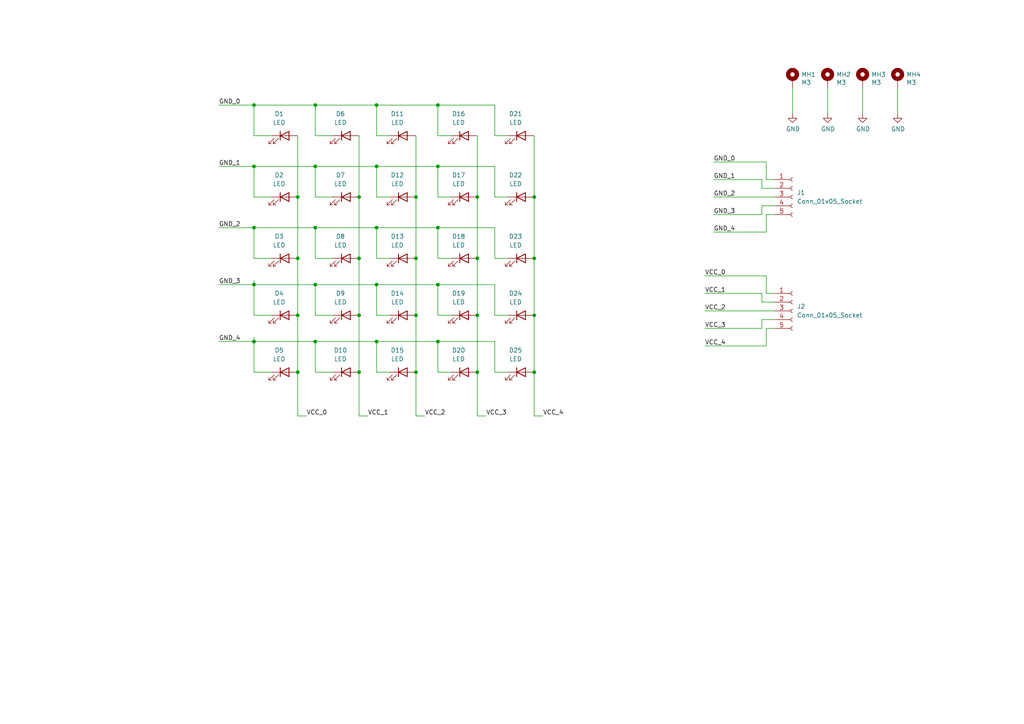
<source format=kicad_sch>
(kicad_sch (version 20230121) (generator eeschema)
  (paper "A4")
  (title_block (title "Matriz LED para la payload") (date "2024-04-09") (rev "0.1") (company "TeideSat") (comment 1 "Creado por Salvador Pérez del Pino"))
  (lib_symbols
    (symbol "Connector:Conn_01x05_Socket" (pin_names (offset 1.016) hide)
      (property "Reference" "J" (at 0 7.62 0))
      (property "Value" "Conn_01x05_Socket" (at 0 -7.62 0))
      (symbol "Conn_01x05_Socket_1_1"
        (arc (start 0 -4.572) (mid -0.5058 -5.08) (end 0 -5.588) (stroke (width 0.1524)))
        (arc (start 0 -2.032) (mid -0.5058 -2.54) (end 0 -3.048) (stroke (width 0.1524)))
        (polyline (pts (xy -1.27 -5.08) (xy -0.508 -5.08)) (stroke (width 0.1524)))
        (polyline (pts (xy -1.27 -2.54) (xy -0.508 -2.54)) (stroke (width 0.1524)))
        (polyline (pts (xy -1.27 0) (xy -0.508 0)) (stroke (width 0.1524)))
        (polyline (pts (xy -1.27 2.54) (xy -0.508 2.54)) (stroke (width 0.1524)))
        (polyline (pts (xy -1.27 5.08) (xy -0.508 5.08)) (stroke (width 0.1524)))
        (arc (start 0 0.508) (mid -0.5058 0) (end 0 -0.508) (stroke (width 0.1524)))
        (arc (start 0 3.048) (mid -0.5058 2.54) (end 0 2.032) (stroke (width 0.1524)))
        (arc (start 0 5.588) (mid -0.5058 5.08) (end 0 4.572) (stroke (width 0.1524)))
        (pin passive line (at -5.08 5.08 0) (length 3.81) (name "Pin_1") (number "1"))
        (pin passive line (at -5.08 2.54 0) (length 3.81) (name "Pin_2") (number "2"))
        (pin passive line (at -5.08 0 0) (length 3.81) (name "Pin_3") (number "3"))
        (pin passive line (at -5.08 -2.54 0) (length 3.81) (name "Pin_4") (number "4"))
        (pin passive line (at -5.08 -5.08 0) (length 3.81) (name "Pin_5") (number "5"))
      )
    )
    (symbol "Device:LED" (pin_numbers hide) (pin_names (offset 1.016) hide)
      (property "Reference" "D" (at 0 2.54 0))
      (property "Value" "LED" (at 0 -2.54 0))
      (symbol "LED_0_1"
        (polyline (pts (xy -1.27 -1.27) (xy -1.27 1.27)) (stroke (width 0.254)))
        (polyline (pts (xy -1.27 0) (xy 1.27 0)))
        (polyline (pts (xy 1.27 -1.27) (xy 1.27 1.27) (xy -1.27 0) (xy 1.27 -1.27)) (stroke (width 0.254)))
        (polyline (pts (xy -3.048 -0.762) (xy -4.572 -2.286) (xy -3.81 -2.286) (xy -4.572 -2.286) (xy -4.572 -1.524)))
        (polyline (pts (xy -1.778 -0.762) (xy -3.302 -2.286) (xy -2.54 -2.286) (xy -3.302 -2.286) (xy -3.302 -1.524)))
      )
      (symbol "LED_1_1"
        (pin passive line (at -3.81 0 0) (length 2.54) (name "K") (number "1"))
        (pin passive line (at 3.81 0 180) (length 2.54) (name "A") (number "2"))
      )
    )
    (symbol "Mechanical:MountingHole_Pad" (pin_numbers hide) (pin_names (offset 1.016) hide)
      (property "Reference" "H" (at 0 6.35 0))
      (property "Value" "MountingHole_Pad" (at 0 4.445 0))
      (symbol "MountingHole_Pad_0_1"
        (circle (center 0 1.27) (radius 1.27) (stroke (width 1.27)))
      )
      (symbol "MountingHole_Pad_1_1"
        (pin input line (at 0 -2.54 90) (length 2.54) (name "1") (number "1"))
      )
    )
    (symbol "power:GND" (power) (pin_names (offset 0))
      (property "Value" "GND" (at 0 -3.81 0))
      (symbol "GND_0_1"
        (polyline (pts (xy 0 0) (xy 0 -1.27) (xy 1.27 -1.27) (xy 0 -2.54) (xy -1.27 -1.27) (xy 0 -1.27)))
      )
      (symbol "GND_1_1"
        (pin power_in line (at 0 0 270) (length 0) hide (name "GND") (number "1"))
      )
    )
  )
  (junction (at 73.66 48.26))
  (junction (at 104.14 91.44))
  (junction (at 154.94 91.44))
  (junction (at 73.66 99.06))
  (junction (at 109.22 48.26))
  (junction (at 127 66.04))
  (junction (at 109.22 82.55))
  (junction (at 138.43 107.95))
  (junction (at 86.36 91.44))
  (junction (at 154.94 57.15))
  (junction (at 73.66 30.48))
  (junction (at 120.65 57.15))
  (junction (at 154.94 107.95))
  (junction (at 109.22 99.06))
  (junction (at 127 48.26))
  (junction (at 154.94 74.93))
  (junction (at 120.65 91.44))
  (junction (at 86.36 107.95))
  (junction (at 138.43 74.93))
  (junction (at 91.44 66.04))
  (junction (at 120.65 74.93))
  (junction (at 86.36 57.15))
  (junction (at 73.66 82.55))
  (junction (at 104.14 57.15))
  (junction (at 91.44 48.26))
  (junction (at 91.44 82.55))
  (junction (at 120.65 107.95))
  (junction (at 138.43 91.44))
  (junction (at 109.22 30.48))
  (junction (at 104.14 74.93))
  (junction (at 127 30.48))
  (junction (at 138.43 57.15))
  (junction (at 127 99.06))
  (junction (at 109.22 66.04))
  (junction (at 91.44 30.48))
  (junction (at 104.14 107.95))
  (junction (at 86.36 74.93))
  (junction (at 73.66 66.04))
  (junction (at 127 82.55))
  (junction (at 91.44 99.06))
  (wire (pts (xy 113.03 107.95) (xy 109.22 107.95)))
  (wire (pts (xy 154.94 39.37) (xy 154.94 57.15)))
  (wire (pts (xy 143.51 57.15) (xy 143.51 48.26)))
  (wire (pts (xy 73.66 97.79) (xy 73.66 99.06)))
  (wire (pts (xy 109.22 30.48) (xy 127 30.48)))
  (wire (pts (xy 63.5 30.48) (xy 73.66 30.48)))
  (wire (pts (xy 207.01 46.99) (xy 222.25 46.99)))
  (wire (pts (xy 207.01 62.23) (xy 220.98 62.23)))
  (wire (pts (xy 222.25 85.09) (xy 224.79 85.09)))
  (wire (pts (xy 96.52 74.93) (xy 91.44 74.93)))
  (wire (pts (xy 138.43 74.93) (xy 138.43 91.44)))
  (wire (pts (xy 104.14 74.93) (xy 104.14 91.44)))
  (wire (pts (xy 222.25 80.01) (xy 222.25 85.09)))
  (wire (pts (xy 86.36 120.65) (xy 88.9 120.65)))
  (wire (pts (xy 91.44 82.55) (xy 73.66 82.55)))
  (wire (pts (xy 224.79 92.71) (xy 220.98 92.71)))
  (wire (pts (xy 91.44 30.48) (xy 109.22 30.48)))
  (wire (pts (xy 127 107.95) (xy 127 99.06)))
  (wire (pts (xy 104.14 91.44) (xy 104.14 107.95)))
  (wire (pts (xy 147.32 39.37) (xy 143.51 39.37)))
  (wire (pts (xy 109.22 30.48) (xy 109.22 39.37)))
  (wire (pts (xy 113.03 57.15) (xy 109.22 57.15)))
  (wire (pts (xy 220.98 85.09) (xy 220.98 87.63)))
  (wire (pts (xy 91.44 99.06) (xy 109.22 99.06)))
  (wire (pts (xy 63.5 48.26) (xy 73.66 48.26)))
  (wire (pts (xy 120.65 39.37) (xy 120.65 57.15)))
  (wire (pts (xy 130.81 107.95) (xy 127 107.95)))
  (wire (pts (xy 154.94 57.15) (xy 154.94 74.93)))
  (wire (pts (xy 104.14 39.37) (xy 104.14 57.15)))
  (wire (pts (xy 138.43 120.65) (xy 140.97 120.65)))
  (wire (pts (xy 220.98 92.71) (xy 220.98 95.25)))
  (wire (pts (xy 143.51 91.44) (xy 143.51 82.55)))
  (wire (pts (xy 63.5 99.06) (xy 73.66 99.06)))
  (wire (pts (xy 96.52 107.95) (xy 91.44 107.95)))
  (wire (pts (xy 104.14 57.15) (xy 104.14 74.93)))
  (wire (pts (xy 204.47 90.17) (xy 224.79 90.17)))
  (wire (pts (xy 222.25 52.07) (xy 224.79 52.07)))
  (wire (pts (xy 147.32 91.44) (xy 143.51 91.44)))
  (wire (pts (xy 154.94 107.95) (xy 154.94 120.65)))
  (wire (pts (xy 96.52 39.37) (xy 91.44 39.37)))
  (wire (pts (xy 109.22 82.55) (xy 127 82.55)))
  (wire (pts (xy 154.94 91.44) (xy 154.94 107.95)))
  (wire (pts (xy 86.36 39.37) (xy 86.36 57.15)))
  (wire (pts (xy 73.66 66.04) (xy 91.44 66.04)))
  (wire (pts (xy 86.36 91.44) (xy 86.36 107.95)))
  (wire (pts (xy 127 57.15) (xy 127 48.26)))
  (wire (pts (xy 250.19 25.4) (xy 250.19 33.02)))
  (wire (pts (xy 73.66 82.55) (xy 73.66 91.44)))
  (wire (pts (xy 91.44 48.26) (xy 91.44 57.15)))
  (wire (pts (xy 109.22 48.26) (xy 127 48.26)))
  (wire (pts (xy 113.03 74.93) (xy 109.22 74.93)))
  (wire (pts (xy 127 30.48) (xy 127 39.37)))
  (wire (pts (xy 109.22 99.06) (xy 127 99.06)))
  (wire (pts (xy 220.98 62.23) (xy 220.98 59.69)))
  (wire (pts (xy 207.01 52.07) (xy 220.98 52.07)))
  (wire (pts (xy 143.51 82.55) (xy 127 82.55)))
  (wire (pts (xy 130.81 39.37) (xy 127 39.37)))
  (wire (pts (xy 91.44 74.93) (xy 91.44 66.04)))
  (wire (pts (xy 220.98 52.07) (xy 220.98 54.61)))
  (wire (pts (xy 109.22 48.26) (xy 91.44 48.26)))
  (wire (pts (xy 73.66 74.93) (xy 78.74 74.93)))
  (wire (pts (xy 224.79 62.23) (xy 222.25 62.23)))
  (wire (pts (xy 86.36 57.15) (xy 86.36 74.93)))
  (wire (pts (xy 73.66 57.15) (xy 78.74 57.15)))
  (wire (pts (xy 104.14 107.95) (xy 104.14 120.65)))
  (wire (pts (xy 143.51 99.06) (xy 127 99.06)))
  (wire (pts (xy 73.66 74.93) (xy 73.66 66.04)))
  (wire (pts (xy 204.47 85.09) (xy 220.98 85.09)))
  (wire (pts (xy 260.35 25.4) (xy 260.35 33.02)))
  (wire (pts (xy 204.47 100.33) (xy 222.25 100.33)))
  (wire (pts (xy 73.66 91.44) (xy 78.74 91.44)))
  (wire (pts (xy 86.36 74.93) (xy 86.36 91.44)))
  (wire (pts (xy 147.32 107.95) (xy 143.51 107.95)))
  (wire (pts (xy 224.79 95.25) (xy 222.25 95.25)))
  (wire (pts (xy 104.14 120.65) (xy 106.68 120.65)))
  (wire (pts (xy 109.22 74.93) (xy 109.22 66.04)))
  (wire (pts (xy 91.44 99.06) (xy 73.66 99.06)))
  (wire (pts (xy 120.65 57.15) (xy 120.65 74.93)))
  (wire (pts (xy 91.44 66.04) (xy 109.22 66.04)))
  (wire (pts (xy 96.52 57.15) (xy 91.44 57.15)))
  (wire (pts (xy 96.52 91.44) (xy 91.44 91.44)))
  (wire (pts (xy 220.98 59.69) (xy 224.79 59.69)))
  (wire (pts (xy 138.43 57.15) (xy 138.43 74.93)))
  (wire (pts (xy 130.81 57.15) (xy 127 57.15)))
  (wire (pts (xy 207.01 67.31) (xy 222.25 67.31)))
  (wire (pts (xy 143.51 107.95) (xy 143.51 99.06)))
  (wire (pts (xy 63.5 66.04) (xy 73.66 66.04)))
  (wire (pts (xy 229.87 25.4) (xy 229.87 33.02)))
  (wire (pts (xy 222.25 46.99) (xy 222.25 52.07)))
  (wire (pts (xy 220.98 87.63) (xy 224.79 87.63)))
  (wire (pts (xy 120.65 91.44) (xy 120.65 107.95)))
  (wire (pts (xy 73.66 30.48) (xy 73.66 39.37)))
  (wire (pts (xy 109.22 107.95) (xy 109.22 99.06)))
  (wire (pts (xy 113.03 39.37) (xy 109.22 39.37)))
  (wire (pts (xy 147.32 74.93) (xy 143.51 74.93)))
  (wire (pts (xy 130.81 91.44) (xy 127 91.44)))
  (wire (pts (xy 109.22 57.15) (xy 109.22 48.26)))
  (wire (pts (xy 120.65 107.95) (xy 120.65 120.65)))
  (wire (pts (xy 138.43 39.37) (xy 138.43 57.15)))
  (wire (pts (xy 130.81 74.93) (xy 127 74.93)))
  (wire (pts (xy 222.25 62.23) (xy 222.25 67.31)))
  (wire (pts (xy 109.22 82.55) (xy 91.44 82.55)))
  (wire (pts (xy 91.44 30.48) (xy 91.44 39.37)))
  (wire (pts (xy 143.51 66.04) (xy 127 66.04)))
  (wire (pts (xy 86.36 107.95) (xy 86.36 120.65)))
  (wire (pts (xy 143.51 30.48) (xy 127 30.48)))
  (wire (pts (xy 73.66 57.15) (xy 73.66 48.26)))
  (wire (pts (xy 73.66 39.37) (xy 78.74 39.37)))
  (wire (pts (xy 73.66 81.28) (xy 73.66 82.55)))
  (wire (pts (xy 204.47 80.01) (xy 222.25 80.01)))
  (wire (pts (xy 91.44 30.48) (xy 73.66 30.48)))
  (wire (pts (xy 240.03 25.4) (xy 240.03 33.02)))
  (wire (pts (xy 120.65 74.93) (xy 120.65 91.44)))
  (wire (pts (xy 73.66 48.26) (xy 91.44 48.26)))
  (wire (pts (xy 204.47 95.25) (xy 220.98 95.25)))
  (wire (pts (xy 109.22 91.44) (xy 113.03 91.44)))
  (wire (pts (xy 143.51 39.37) (xy 143.51 30.48)))
  (wire (pts (xy 127 48.26) (xy 143.51 48.26)))
  (wire (pts (xy 143.51 74.93) (xy 143.51 66.04)))
  (wire (pts (xy 220.98 54.61) (xy 224.79 54.61)))
  (wire (pts (xy 73.66 107.95) (xy 78.74 107.95)))
  (wire (pts (xy 120.65 120.65) (xy 123.19 120.65)))
  (wire (pts (xy 154.94 74.93) (xy 154.94 91.44)))
  (wire (pts (xy 63.5 82.55) (xy 73.66 82.55)))
  (wire (pts (xy 91.44 91.44) (xy 91.44 82.55)))
  (wire (pts (xy 222.25 95.25) (xy 222.25 100.33)))
  (wire (pts (xy 127 91.44) (xy 127 82.55)))
  (wire (pts (xy 91.44 107.95) (xy 91.44 99.06)))
  (wire (pts (xy 147.32 57.15) (xy 143.51 57.15)))
  (wire (pts (xy 154.94 120.65) (xy 157.48 120.65)))
  (wire (pts (xy 138.43 91.44) (xy 138.43 107.95)))
  (wire (pts (xy 127 66.04) (xy 109.22 66.04)))
  (wire (pts (xy 138.43 107.95) (xy 138.43 120.65)))
  (wire (pts (xy 73.66 107.95) (xy 73.66 99.06)))
  (wire (pts (xy 127 74.93) (xy 127 66.04)))
  (wire (pts (xy 109.22 91.44) (xy 109.22 82.55)))
  (wire (pts (xy 207.01 57.15) (xy 224.79 57.15)))
  (label "VCC_1" (at 106.68 120.65 0))
  (label "GND_2" (at 207.01 57.15 0))
  (label "GND_0" (at 63.5 30.48 0))
  (label "VCC_0" (at 204.47 80.01 0))
  (label "GND_1" (at 63.5 48.26 0))
  (label "GND_3" (at 207.01 62.23 0))
  (label "VCC_0" (at 88.9 120.65 0))
  (label "VCC_4" (at 157.48 120.65 0))
  (label "VCC_3" (at 204.47 95.25 0))
  (label "GND_0" (at 207.01 46.99 0))
  (label "VCC_1" (at 204.47 85.09 0))
  (label "VCC_2" (at 204.47 90.17 0))
  (label "GND_1" (at 207.01 52.07 0))
  (label "VCC_2" (at 123.19 120.65 0))
  (label "GND_3" (at 63.5 82.55 0))
  (label "VCC_3" (at 140.97 120.65 0))
  (label "VCC_4" (at 204.47 100.33 0))
  (label "GND_4" (at 207.01 67.31 0))
  (label "GND_2" (at 63.5 66.04 0))
  (label "GND_4" (at 63.5 99.06 0))
  (symbol (lib_id "Mechanical:MountingHole_Pad") (at 240.03 22.86 0) (unit 1)
    (property "Reference" "MH2" (at 242.57 21.6154 0) (effects (justify left)))
    (property "Value" "M3" (at 242.57 23.9268 0) (effects (justify left)))
    (property "Footprint" "MountingHole:MountingHole_3.2mm_M3_Pad" (effects hide))
  )
  (symbol (lib_id "Mechanical:MountingHole_Pad") (at 260.35 22.86 0) (unit 1)
    (property "Reference" "MH4" (at 262.89 21.6154 0) (effects (justify left)))
    (property "Value" "M3" (at 262.89 23.9268 0) (effects (justify left)))
    (property "Footprint" "MountingHole:MountingHole_3.2mm_M3_Pad" (effects hide))
  )
  (symbol (lib_id "Mechanical:MountingHole_Pad") (at 229.87 22.86 0) (unit 1)
    (property "Reference" "MH1" (at 232.41 21.6154 0) (effects (justify left)))
    (property "Value" "M3" (at 232.41 23.9268 0) (effects (justify left)))
    (property "Footprint" "MountingHole:MountingHole_3.2mm_M3_Pad" (effects hide))
  )
  (symbol (lib_id "Mechanical:MountingHole_Pad") (at 250.19 22.86 0) (unit 1)
    (property "Reference" "MH3" (at 252.73 21.6154 0) (effects (justify left)))
    (property "Value" "M3" (at 252.73 23.9268 0) (effects (justify left)))
    (property "Footprint" "MountingHole:MountingHole_3.2mm_M3_Pad" (effects hide))
  )
  (symbol (lib_id "power:GND") (at 229.87 33.02 0) (unit 1)
    (property "Reference" "#PWR0109" (effects hide))
    (property "Value" "GND" (at 229.997 37.4142 0))
  )
  (symbol (lib_id "power:GND") (at 240.03 33.02 0) (unit 1)
    (property "Reference" "#PWR0110" (effects hide))
    (property "Value" "GND" (at 240.157 37.4142 0))
  )
  (symbol (lib_id "power:GND") (at 250.19 33.02 0) (unit 1)
    (property "Reference" "#PWR0111" (effects hide))
    (property "Value" "GND" (at 250.317 37.4142 0))
  )
  (symbol (lib_id "power:GND") (at 260.35 33.02 0) (unit 1)
    (property "Reference" "#PWR0112" (effects hide))
    (property "Value" "GND" (at 260.477 37.4142 0))
  )
  (symbol (lib_id "Device:LED") (at 100.33 91.44 0) (unit 1)
    (property "Reference" "D9" (at 98.7425 85.09 0))
    (property "Value" "LED" (at 98.7425 87.63 0))
    (property "Footprint" "Downloaded Parts:SM5730UWDW05" (effects hide))
  )
  (symbol (lib_id "Device:LED") (at 116.84 74.93 0) (unit 1)
    (property "Reference" "D13" (at 115.2525 68.58 0))
    (property "Value" "LED" (at 115.2525 71.12 0))
    (property "Footprint" "Downloaded Parts:SM5730UWDW05" (effects hide))
  )
  (symbol (lib_id "Device:LED") (at 134.62 107.95 0) (unit 1)
    (property "Reference" "D20" (at 133.0325 101.6 0))
    (property "Value" "LED" (at 133.0325 104.14 0))
    (property "Footprint" "Downloaded Parts:SM5730UWDW05" (effects hide))
  )
  (symbol (lib_id "Device:LED") (at 82.55 74.93 0) (unit 1)
    (property "Reference" "D3" (at 80.9625 68.58 0))
    (property "Value" "LED" (at 80.9625 71.12 0))
    (property "Footprint" "Downloaded Parts:SM5730UWDW05" (effects hide))
  )
  (symbol (lib_id "Device:LED") (at 116.84 107.95 0) (unit 1)
    (property "Reference" "D15" (at 115.2525 101.6 0))
    (property "Value" "LED" (at 115.2525 104.14 0))
    (property "Footprint" "Downloaded Parts:SM5730UWDW05" (effects hide))
  )
  (symbol (lib_id "Device:LED") (at 151.13 74.93 0) (unit 1)
    (property "Reference" "D23" (at 149.5425 68.58 0))
    (property "Value" "LED" (at 149.5425 71.12 0))
    (property "Footprint" "Downloaded Parts:SM5730UWDW05" (effects hide))
  )
  (symbol (lib_id "Device:LED") (at 100.33 74.93 0) (unit 1)
    (property "Reference" "D8" (at 98.7425 68.58 0))
    (property "Value" "LED" (at 98.7425 71.12 0))
    (property "Footprint" "Downloaded Parts:SM5730UWDW05" (effects hide))
  )
  (symbol (lib_id "Connector:Conn_01x05_Socket") (at 229.87 90.17 0) (unit 1)
    (property "Reference" "J2" (at 231.14 88.9 0) (effects (justify left)))
    (property "Value" "Conn_01x05_Socket" (at 231.14 91.44 0) (effects (justify left)))
    (property "Footprint" "Connector_PinSocket_2.54mm:PinSocket_1x05_P2.54mm_Vertical" (effects hide))
  )
  (symbol (lib_id "Device:LED") (at 116.84 57.15 0) (unit 1)
    (property "Reference" "D12" (at 115.2525 50.8 0))
    (property "Value" "LED" (at 115.2525 53.34 0))
    (property "Footprint" "Downloaded Parts:SM5730UWDW05" (effects hide))
  )
  (symbol (lib_id "Device:LED") (at 134.62 39.37 0) (unit 1)
    (property "Reference" "D16" (at 133.0325 33.02 0))
    (property "Value" "LED" (at 133.0325 35.56 0))
    (property "Footprint" "Downloaded Parts:SM5730UWDW05" (effects hide))
  )
  (symbol (lib_id "Device:LED") (at 151.13 91.44 0) (unit 1)
    (property "Reference" "D24" (at 149.5425 85.09 0))
    (property "Value" "LED" (at 149.5425 87.63 0))
    (property "Footprint" "Downloaded Parts:SM5730UWDW05" (effects hide))
  )
  (symbol (lib_id "Device:LED") (at 151.13 107.95 0) (unit 1)
    (property "Reference" "D25" (at 149.5425 101.6 0))
    (property "Value" "LED" (at 149.5425 104.14 0))
    (property "Footprint" "Downloaded Parts:SM5730UWDW05" (effects hide))
  )
  (symbol (lib_id "Device:LED") (at 100.33 107.95 0) (unit 1)
    (property "Reference" "D10" (at 98.7425 101.6 0))
    (property "Value" "LED" (at 98.7425 104.14 0))
    (property "Footprint" "Downloaded Parts:SM5730UWDW05" (effects hide))
  )
  (symbol (lib_id "Device:LED") (at 134.62 57.15 0) (unit 1)
    (property "Reference" "D17" (at 133.0325 50.8 0))
    (property "Value" "LED" (at 133.0325 53.34 0))
    (property "Footprint" "Downloaded Parts:SM5730UWDW05" (effects hide))
  )
  (symbol (lib_id "Device:LED") (at 116.84 91.44 0) (unit 1)
    (property "Reference" "D14" (at 115.2525 85.09 0))
    (property "Value" "LED" (at 115.2525 87.63 0))
    (property "Footprint" "Downloaded Parts:SM5730UWDW05" (effects hide))
  )
  (symbol (lib_id "Device:LED") (at 82.55 91.44 0) (unit 1)
    (property "Reference" "D4" (at 80.9625 85.09 0))
    (property "Value" "LED" (at 80.9625 87.63 0))
    (property "Footprint" "Downloaded Parts:SM5730UWDW05" (effects hide))
  )
  (symbol (lib_id "Device:LED") (at 100.33 39.37 0) (unit 1)
    (property "Reference" "D6" (at 98.7425 33.02 0))
    (property "Value" "LED" (at 98.7425 35.56 0))
    (property "Footprint" "Downloaded Parts:SM5730UWDW05" (effects hide))
  )
  (symbol (lib_id "Connector:Conn_01x05_Socket") (at 229.87 57.15 0) (unit 1)
    (property "Reference" "J1" (at 231.14 55.88 0) (effects (justify left)))
    (property "Value" "Conn_01x05_Socket" (at 231.14 58.42 0) (effects (justify left)))
    (property "Footprint" "Connector_PinSocket_2.54mm:PinSocket_1x05_P2.54mm_Vertical" (effects hide))
  )
  (symbol (lib_id "Device:LED") (at 116.84 39.37 0) (unit 1)
    (property "Reference" "D11" (at 115.2525 33.02 0))
    (property "Value" "LED" (at 115.2525 35.56 0))
    (property "Footprint" "Downloaded Parts:SM5730UWDW05" (effects hide))
  )
  (symbol (lib_id "Device:LED") (at 151.13 57.15 0) (unit 1)
    (property "Reference" "D22" (at 149.5425 50.8 0))
    (property "Value" "LED" (at 149.5425 53.34 0))
    (property "Footprint" "Downloaded Parts:SM5730UWDW05" (effects hide))
  )
  (symbol (lib_id "Device:LED") (at 151.13 39.37 0) (unit 1)
    (property "Reference" "D21" (at 149.5425 33.02 0))
    (property "Value" "LED" (at 149.5425 35.56 0))
    (property "Footprint" "Downloaded Parts:SM5730UWDW05" (effects hide))
  )
  (symbol (lib_id "Device:LED") (at 134.62 74.93 0) (unit 1)
    (property "Reference" "D18" (at 133.0325 68.58 0))
    (property "Value" "LED" (at 133.0325 71.12 0))
    (property "Footprint" "Downloaded Parts:SM5730UWDW05" (effects hide))
  )
  (symbol (lib_id "Device:LED") (at 134.62 91.44 0) (unit 1)
    (property "Reference" "D19" (at 133.0325 85.09 0))
    (property "Value" "LED" (at 133.0325 87.63 0))
    (property "Footprint" "Downloaded Parts:SM5730UWDW05" (effects hide))
  )
  (symbol (lib_id "Device:LED") (at 82.55 39.37 0) (unit 1)
    (property "Reference" "D1" (at 80.9625 33.02 0))
    (property "Value" "LED" (at 80.9625 35.56 0))
    (property "Footprint" "Downloaded Parts:SM5730UWDW05" (effects hide))
  )
  (symbol (lib_id "Device:LED") (at 82.55 107.95 0) (unit 1)
    (property "Reference" "D5" (at 80.9625 101.6 0))
    (property "Value" "LED" (at 80.9625 104.14 0))
    (property "Footprint" "Downloaded Parts:SM5730UWDW05" (effects hide))
  )
  (symbol (lib_id "Device:LED") (at 100.33 57.15 0) (unit 1)
    (property "Reference" "D7" (at 98.7425 50.8 0))
    (property "Value" "LED" (at 98.7425 53.34 0))
    (property "Footprint" "Downloaded Parts:SM5730UWDW05" (effects hide))
  )
  (symbol (lib_id "Device:LED") (at 82.55 57.15 0) (unit 1)
    (property "Reference" "D2" (at 80.9625 50.8 0))
    (property "Value" "LED" (at 80.9625 53.34 0))
    (property "Footprint" "Downloaded Parts:SM5730UWDW05" (effects hide))
  )
)
</source>
